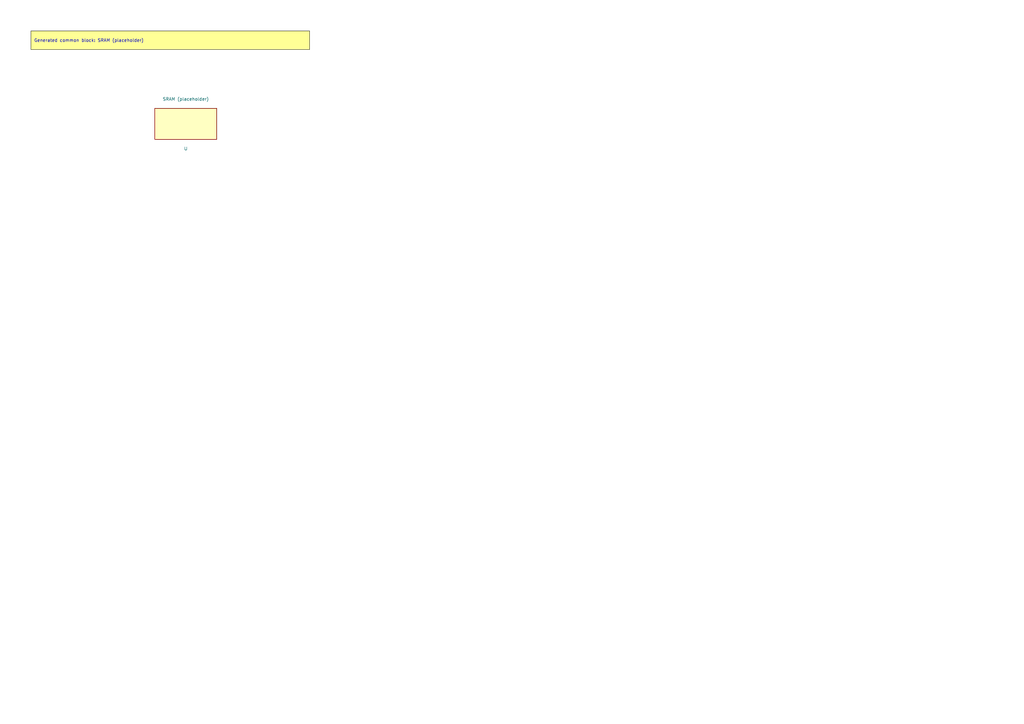
<source format=kicad_sch>
(kicad_sch (version 20250114) (generator "kicadgen") (generator_version "0.2")
  (paper "A3")
  (title_block (title "SRAM (placeholder)") (company "Project Carbon") (comment 1 "Generated - do not edit in generated/") (comment 2 "Edit in schem/kicad9/manual/ or refine mapping specs"))
  (lib_symbols
    (symbol "carbon_blocks:CARBON_BLOCK_SRAM" (pin_names (offset 1.016))
      (property "Reference" "U" (at 0 8.89 0))
      (property "Value" "CARBON_BLOCK_SRAM" (at 0 -8.89 0))
      (symbol "CARBON_BLOCK_SRAM_1_1"
        (rectangle (start -12.7 6.35) (end 12.7 -6.35) (stroke (width 0.254)) (fill (type background)))
      )
    )
  )
  (text_box "Generated common block: SRAM (placeholder)" (at 12.7 12.7 0) (size 114.3 7.62) (margins 1.27 1.27 1.27 1.27) (stroke (width 0) (color 0 0 0 1)) (fill (type color) (color 255 255 150 1)) (effects (font (size 1.27 1.27)) (justify left)))
  (symbol (lib_id "carbon_blocks:CARBON_BLOCK_SRAM") (at 76.2 50.8 0) (unit 1)
    (property "Reference" "U" (at 76.2 60.96 0))
    (property "Value" "SRAM (placeholder)" (at 76.2 40.64 0))
  )
)
</source>
